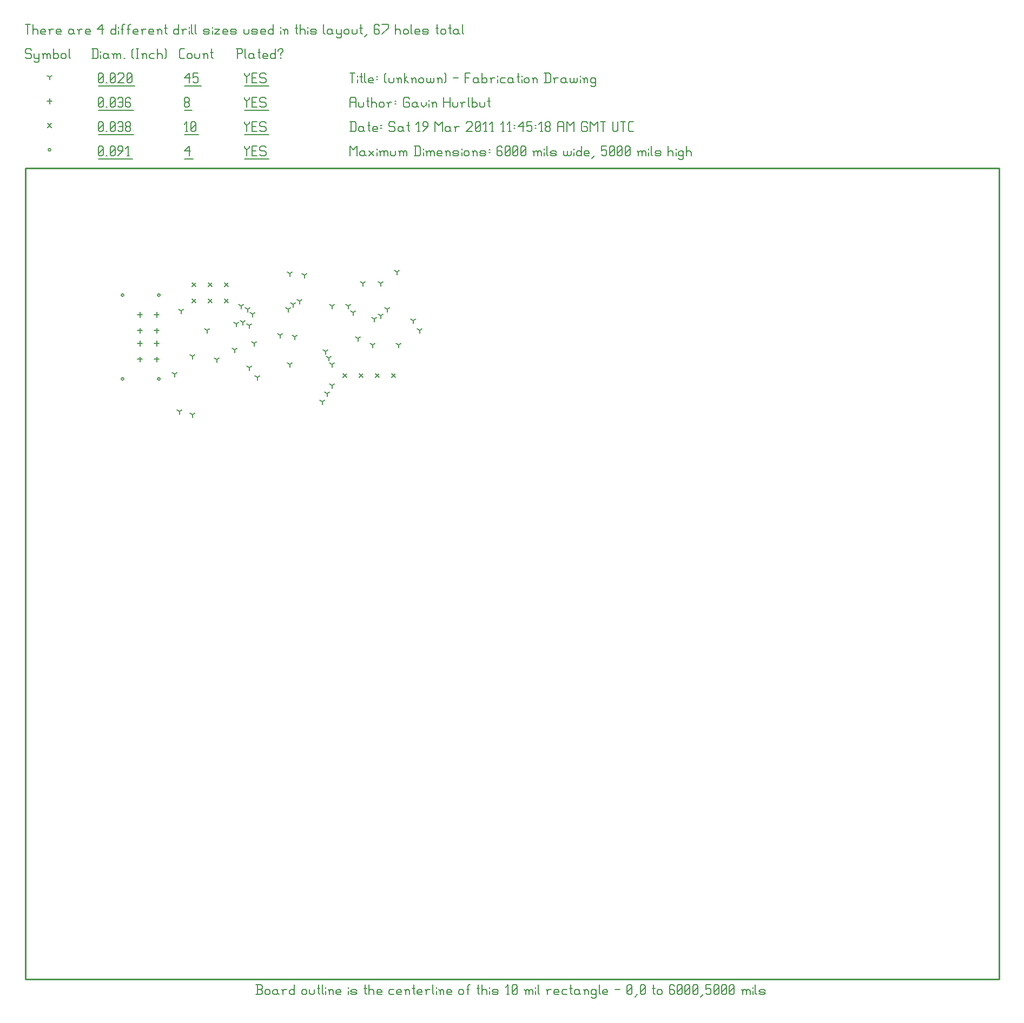
<source format=gbr>
G04 start of page 11 for group -3984 idx -3984 *
G04 Title: (unknown), fab *
G04 Creator: pcb 20091103 *
G04 CreationDate: Sat 19 Mar 2011 11:45:18 AM GMT UTC *
G04 For: gjhurlbu *
G04 Format: Gerber/RS-274X *
G04 PCB-Dimensions: 600000 500000 *
G04 PCB-Coordinate-Origin: lower left *
%MOIN*%
%FSLAX25Y25*%
%LNFAB*%
%ADD11C,0.0100*%
%ADD33R,0.0080X0.0080*%
%ADD34C,0.0060*%
G54D33*X81600Y421700D02*G75*G03X83200Y421700I800J0D01*G01*
G75*G03X81600Y421700I-800J0D01*G01*
X59200D02*G75*G03X60800Y421700I800J0D01*G01*
G75*G03X59200Y421700I-800J0D01*G01*
X81600Y370000D02*G75*G03X83200Y370000I800J0D01*G01*
G75*G03X81600Y370000I-800J0D01*G01*
X59200D02*G75*G03X60800Y370000I800J0D01*G01*
G75*G03X59200Y370000I-800J0D01*G01*
X14200Y511250D02*G75*G03X15800Y511250I800J0D01*G01*
G75*G03X14200Y511250I-800J0D01*G01*
G54D34*X135000Y513500D02*Y512750D01*
X136500Y511250D01*
X138000Y512750D01*
Y513500D02*Y512750D01*
X136500Y511250D02*Y507500D01*
X139801Y510500D02*X142051D01*
X139801Y507500D02*X142801D01*
X139801Y513500D02*Y507500D01*
Y513500D02*X142801D01*
X147603D02*X148353Y512750D01*
X145353Y513500D02*X147603D01*
X144603Y512750D02*X145353Y513500D01*
X144603Y512750D02*Y511250D01*
X145353Y510500D01*
X147603D01*
X148353Y509750D01*
Y508250D01*
X147603Y507500D02*X148353Y508250D01*
X145353Y507500D02*X147603D01*
X144603Y508250D02*X145353Y507500D01*
X135000Y505749D02*X150154D01*
X98000Y510500D02*X101000Y513500D01*
X98000Y510500D02*X101750D01*
X101000Y513500D02*Y507500D01*
X98000Y505749D02*X103551D01*
X45000Y508250D02*X45750Y507500D01*
X45000Y512750D02*Y508250D01*
Y512750D02*X45750Y513500D01*
X47250D01*
X48000Y512750D01*
Y508250D01*
X47250Y507500D02*X48000Y508250D01*
X45750Y507500D02*X47250D01*
X45000Y509000D02*X48000Y512000D01*
X49801Y507500D02*X50551D01*
X52353Y508250D02*X53103Y507500D01*
X52353Y512750D02*Y508250D01*
Y512750D02*X53103Y513500D01*
X54603D01*
X55353Y512750D01*
Y508250D01*
X54603Y507500D02*X55353Y508250D01*
X53103Y507500D02*X54603D01*
X52353Y509000D02*X55353Y512000D01*
X57154Y507500D02*X60154Y510500D01*
Y512750D02*Y510500D01*
X59404Y513500D02*X60154Y512750D01*
X57904Y513500D02*X59404D01*
X57154Y512750D02*X57904Y513500D01*
X57154Y512750D02*Y511250D01*
X57904Y510500D01*
X60154D01*
X62706Y507500D02*X64206D01*
X63456Y513500D02*Y507500D01*
X61956Y512000D02*X63456Y513500D01*
X45000Y505749D02*X66007D01*
X195800Y373200D02*X198200Y370800D01*
X195800D02*X198200Y373200D01*
X205800D02*X208200Y370800D01*
X205800D02*X208200Y373200D01*
X215800D02*X218200Y370800D01*
X215800D02*X218200Y373200D01*
X225800D02*X228200Y370800D01*
X225800D02*X228200Y373200D01*
X122800Y429200D02*X125200Y426800D01*
X122800D02*X125200Y429200D01*
X122800Y419200D02*X125200Y416800D01*
X122800D02*X125200Y419200D01*
X112800Y429200D02*X115200Y426800D01*
X112800D02*X115200Y429200D01*
X112800Y419200D02*X115200Y416800D01*
X112800D02*X115200Y419200D01*
X102800Y429200D02*X105200Y426800D01*
X102800D02*X105200Y429200D01*
X102800Y419200D02*X105200Y416800D01*
X102800D02*X105200Y419200D01*
X13800Y527450D02*X16200Y525050D01*
X13800D02*X16200Y527450D01*
X135000Y528500D02*Y527750D01*
X136500Y526250D01*
X138000Y527750D01*
Y528500D02*Y527750D01*
X136500Y526250D02*Y522500D01*
X139801Y525500D02*X142051D01*
X139801Y522500D02*X142801D01*
X139801Y528500D02*Y522500D01*
Y528500D02*X142801D01*
X147603D02*X148353Y527750D01*
X145353Y528500D02*X147603D01*
X144603Y527750D02*X145353Y528500D01*
X144603Y527750D02*Y526250D01*
X145353Y525500D01*
X147603D01*
X148353Y524750D01*
Y523250D01*
X147603Y522500D02*X148353Y523250D01*
X145353Y522500D02*X147603D01*
X144603Y523250D02*X145353Y522500D01*
X135000Y520749D02*X150154D01*
X98750Y522500D02*X100250D01*
X99500Y528500D02*Y522500D01*
X98000Y527000D02*X99500Y528500D01*
X102051Y523250D02*X102801Y522500D01*
X102051Y527750D02*Y523250D01*
Y527750D02*X102801Y528500D01*
X104301D01*
X105051Y527750D01*
Y523250D01*
X104301Y522500D02*X105051Y523250D01*
X102801Y522500D02*X104301D01*
X102051Y524000D02*X105051Y527000D01*
X98000Y520749D02*X106853D01*
X45000Y523250D02*X45750Y522500D01*
X45000Y527750D02*Y523250D01*
Y527750D02*X45750Y528500D01*
X47250D01*
X48000Y527750D01*
Y523250D01*
X47250Y522500D02*X48000Y523250D01*
X45750Y522500D02*X47250D01*
X45000Y524000D02*X48000Y527000D01*
X49801Y522500D02*X50551D01*
X52353Y523250D02*X53103Y522500D01*
X52353Y527750D02*Y523250D01*
Y527750D02*X53103Y528500D01*
X54603D01*
X55353Y527750D01*
Y523250D01*
X54603Y522500D02*X55353Y523250D01*
X53103Y522500D02*X54603D01*
X52353Y524000D02*X55353Y527000D01*
X57154Y527750D02*X57904Y528500D01*
X59404D01*
X60154Y527750D01*
Y523250D01*
X59404Y522500D02*X60154Y523250D01*
X57904Y522500D02*X59404D01*
X57154Y523250D02*X57904Y522500D01*
Y525500D02*X60154D01*
X61956Y523250D02*X62706Y522500D01*
X61956Y524750D02*Y523250D01*
Y524750D02*X62706Y525500D01*
X64206D01*
X64956Y524750D01*
Y523250D01*
X64206Y522500D02*X64956Y523250D01*
X62706Y522500D02*X64206D01*
X61956Y526250D02*X62706Y525500D01*
X61956Y527750D02*Y526250D01*
Y527750D02*X62706Y528500D01*
X64206D01*
X64956Y527750D01*
Y526250D01*
X64206Y525500D02*X64956Y526250D01*
X45000Y520749D02*X66757D01*
X70700Y411200D02*Y408000D01*
X69100Y409600D02*X72300D01*
X70700Y401400D02*Y398200D01*
X69100Y399800D02*X72300D01*
X70700Y393500D02*Y390300D01*
X69100Y391900D02*X72300D01*
X70700Y383700D02*Y380500D01*
X69100Y382100D02*X72300D01*
X81000Y411200D02*Y408000D01*
X79400Y409600D02*X82600D01*
X81000Y401400D02*Y398200D01*
X79400Y399800D02*X82600D01*
X81000Y393500D02*Y390300D01*
X79400Y391900D02*X82600D01*
X81000Y383700D02*Y380500D01*
X79400Y382100D02*X82600D01*
X15000Y542850D02*Y539650D01*
X13400Y541250D02*X16600D01*
X135000Y543500D02*Y542750D01*
X136500Y541250D01*
X138000Y542750D01*
Y543500D02*Y542750D01*
X136500Y541250D02*Y537500D01*
X139801Y540500D02*X142051D01*
X139801Y537500D02*X142801D01*
X139801Y543500D02*Y537500D01*
Y543500D02*X142801D01*
X147603D02*X148353Y542750D01*
X145353Y543500D02*X147603D01*
X144603Y542750D02*X145353Y543500D01*
X144603Y542750D02*Y541250D01*
X145353Y540500D01*
X147603D01*
X148353Y539750D01*
Y538250D01*
X147603Y537500D02*X148353Y538250D01*
X145353Y537500D02*X147603D01*
X144603Y538250D02*X145353Y537500D01*
X135000Y535749D02*X150154D01*
X98000Y538250D02*X98750Y537500D01*
X98000Y539750D02*Y538250D01*
Y539750D02*X98750Y540500D01*
X100250D01*
X101000Y539750D01*
Y538250D01*
X100250Y537500D02*X101000Y538250D01*
X98750Y537500D02*X100250D01*
X98000Y541250D02*X98750Y540500D01*
X98000Y542750D02*Y541250D01*
Y542750D02*X98750Y543500D01*
X100250D01*
X101000Y542750D01*
Y541250D01*
X100250Y540500D02*X101000Y541250D01*
X98000Y535749D02*X102801D01*
X45000Y538250D02*X45750Y537500D01*
X45000Y542750D02*Y538250D01*
Y542750D02*X45750Y543500D01*
X47250D01*
X48000Y542750D01*
Y538250D01*
X47250Y537500D02*X48000Y538250D01*
X45750Y537500D02*X47250D01*
X45000Y539000D02*X48000Y542000D01*
X49801Y537500D02*X50551D01*
X52353Y538250D02*X53103Y537500D01*
X52353Y542750D02*Y538250D01*
Y542750D02*X53103Y543500D01*
X54603D01*
X55353Y542750D01*
Y538250D01*
X54603Y537500D02*X55353Y538250D01*
X53103Y537500D02*X54603D01*
X52353Y539000D02*X55353Y542000D01*
X57154Y542750D02*X57904Y543500D01*
X59404D01*
X60154Y542750D01*
Y538250D01*
X59404Y537500D02*X60154Y538250D01*
X57904Y537500D02*X59404D01*
X57154Y538250D02*X57904Y537500D01*
Y540500D02*X60154D01*
X64206Y543500D02*X64956Y542750D01*
X62706Y543500D02*X64206D01*
X61956Y542750D02*X62706Y543500D01*
X61956Y542750D02*Y538250D01*
X62706Y537500D01*
X64206Y540500D02*X64956Y539750D01*
X61956Y540500D02*X64206D01*
X62706Y537500D02*X64206D01*
X64956Y538250D01*
Y539750D02*Y538250D01*
X45000Y535749D02*X66757D01*
X103000Y384000D02*Y382400D01*
Y384000D02*X104386Y384800D01*
X103000Y384000D02*X101614Y384800D01*
X103000Y348000D02*Y346400D01*
Y348000D02*X104386Y348800D01*
X103000Y348000D02*X101614Y348800D01*
X95000Y350000D02*Y348400D01*
Y350000D02*X96386Y350800D01*
X95000Y350000D02*X93614Y350800D01*
X143000Y371000D02*Y369400D01*
Y371000D02*X144386Y371800D01*
X143000Y371000D02*X141614Y371800D01*
X163000Y379000D02*Y377400D01*
Y379000D02*X164386Y379800D01*
X163000Y379000D02*X161614Y379800D01*
X205000Y395000D02*Y393400D01*
Y395000D02*X206386Y395800D01*
X205000Y395000D02*X203614Y395800D01*
X163000Y435000D02*Y433400D01*
Y435000D02*X164386Y435800D01*
X163000Y435000D02*X161614Y435800D01*
X185000Y387000D02*Y385400D01*
Y387000D02*X186386Y387800D01*
X185000Y387000D02*X183614Y387800D01*
X187000Y383000D02*Y381400D01*
Y383000D02*X188386Y383800D01*
X187000Y383000D02*X185614Y383800D01*
X189000Y379000D02*Y377400D01*
Y379000D02*X190386Y379800D01*
X189000Y379000D02*X187614Y379800D01*
X189000Y366000D02*Y364400D01*
Y366000D02*X190386Y366800D01*
X189000Y366000D02*X187614Y366800D01*
X183000Y356000D02*Y354400D01*
Y356000D02*X184386Y356800D01*
X183000Y356000D02*X181614Y356800D01*
X186000Y361000D02*Y359400D01*
Y361000D02*X187386Y361800D01*
X186000Y361000D02*X184614Y361800D01*
X118000Y382000D02*Y380400D01*
Y382000D02*X119386Y382800D01*
X118000Y382000D02*X116614Y382800D01*
X130000Y404000D02*Y402400D01*
Y404000D02*X131386Y404800D01*
X130000Y404000D02*X128614Y404800D01*
X134000Y405000D02*Y403400D01*
Y405000D02*X135386Y405800D01*
X134000Y405000D02*X132614Y405800D01*
X138000Y403000D02*Y401400D01*
Y403000D02*X139386Y403800D01*
X138000Y403000D02*X136614Y403800D01*
X133000Y415000D02*Y413400D01*
Y415000D02*X134386Y415800D01*
X133000Y415000D02*X131614Y415800D01*
X137000Y413000D02*Y411400D01*
Y413000D02*X138386Y413800D01*
X137000Y413000D02*X135614Y413800D01*
X140000Y410000D02*Y408400D01*
Y410000D02*X141386Y410800D01*
X140000Y410000D02*X138614Y410800D01*
X243000Y400000D02*Y398400D01*
Y400000D02*X244386Y400800D01*
X243000Y400000D02*X241614Y400800D01*
X223000Y413000D02*Y411400D01*
Y413000D02*X224386Y413800D01*
X223000Y413000D02*X221614Y413800D01*
X202000Y411000D02*Y409400D01*
Y411000D02*X203386Y411800D01*
X202000Y411000D02*X200614Y411800D01*
X219000Y409000D02*Y407400D01*
Y409000D02*X220386Y409800D01*
X219000Y409000D02*X217614Y409800D01*
X172000Y434000D02*Y432400D01*
Y434000D02*X173386Y434800D01*
X172000Y434000D02*X170614Y434800D01*
X219000Y429000D02*Y427400D01*
Y429000D02*X220386Y429800D01*
X219000Y429000D02*X217614Y429800D01*
X215000Y407000D02*Y405400D01*
Y407000D02*X216386Y407800D01*
X215000Y407000D02*X213614Y407800D01*
X96000Y412000D02*Y410400D01*
Y412000D02*X97386Y412800D01*
X96000Y412000D02*X94614Y412800D01*
X162000Y413000D02*Y411400D01*
Y413000D02*X163386Y413800D01*
X162000Y413000D02*X160614Y413800D01*
X165000Y416000D02*Y414400D01*
Y416000D02*X166386Y416800D01*
X165000Y416000D02*X163614Y416800D01*
X169000Y418000D02*Y416400D01*
Y418000D02*X170386Y418800D01*
X169000Y418000D02*X167614Y418800D01*
X138000Y377000D02*Y375400D01*
Y377000D02*X139386Y377800D01*
X138000Y377000D02*X136614Y377800D01*
X229000Y436000D02*Y434400D01*
Y436000D02*X230386Y436800D01*
X229000Y436000D02*X227614Y436800D01*
X239000Y406000D02*Y404400D01*
Y406000D02*X240386Y406800D01*
X239000Y406000D02*X237614Y406800D01*
X157000Y397000D02*Y395400D01*
Y397000D02*X158386Y397800D01*
X157000Y397000D02*X155614Y397800D01*
X230000Y391000D02*Y389400D01*
Y391000D02*X231386Y391800D01*
X230000Y391000D02*X228614Y391800D01*
X208000Y429000D02*Y427400D01*
Y429000D02*X209386Y429800D01*
X208000Y429000D02*X206614Y429800D01*
X214000Y391000D02*Y389400D01*
Y391000D02*X215386Y391800D01*
X214000Y391000D02*X212614Y391800D01*
X129000Y388000D02*Y386400D01*
Y388000D02*X130386Y388800D01*
X129000Y388000D02*X127614Y388800D01*
X166000Y396000D02*Y394400D01*
Y396000D02*X167386Y396800D01*
X166000Y396000D02*X164614Y396800D01*
X141000Y392000D02*Y390400D01*
Y392000D02*X142386Y392800D01*
X141000Y392000D02*X139614Y392800D01*
X112000Y400000D02*Y398400D01*
Y400000D02*X113386Y400800D01*
X112000Y400000D02*X110614Y400800D01*
X92000Y373000D02*Y371400D01*
Y373000D02*X93386Y373800D01*
X92000Y373000D02*X90614Y373800D01*
X199000Y415000D02*Y413400D01*
Y415000D02*X200386Y415800D01*
X199000Y415000D02*X197614Y415800D01*
X189000Y415000D02*Y413400D01*
Y415000D02*X190386Y415800D01*
X189000Y415000D02*X187614Y415800D01*
X15000Y556250D02*Y554650D01*
Y556250D02*X16386Y557050D01*
X15000Y556250D02*X13614Y557050D01*
X135000Y558500D02*Y557750D01*
X136500Y556250D01*
X138000Y557750D01*
Y558500D02*Y557750D01*
X136500Y556250D02*Y552500D01*
X139801Y555500D02*X142051D01*
X139801Y552500D02*X142801D01*
X139801Y558500D02*Y552500D01*
Y558500D02*X142801D01*
X147603D02*X148353Y557750D01*
X145353Y558500D02*X147603D01*
X144603Y557750D02*X145353Y558500D01*
X144603Y557750D02*Y556250D01*
X145353Y555500D01*
X147603D01*
X148353Y554750D01*
Y553250D01*
X147603Y552500D02*X148353Y553250D01*
X145353Y552500D02*X147603D01*
X144603Y553250D02*X145353Y552500D01*
X135000Y550749D02*X150154D01*
X98000Y555500D02*X101000Y558500D01*
X98000Y555500D02*X101750D01*
X101000Y558500D02*Y552500D01*
X103551Y558500D02*X106551D01*
X103551D02*Y555500D01*
X104301Y556250D01*
X105801D01*
X106551Y555500D01*
Y553250D01*
X105801Y552500D02*X106551Y553250D01*
X104301Y552500D02*X105801D01*
X103551Y553250D02*X104301Y552500D01*
X98000Y550749D02*X108353D01*
X45000Y553250D02*X45750Y552500D01*
X45000Y557750D02*Y553250D01*
Y557750D02*X45750Y558500D01*
X47250D01*
X48000Y557750D01*
Y553250D01*
X47250Y552500D02*X48000Y553250D01*
X45750Y552500D02*X47250D01*
X45000Y554000D02*X48000Y557000D01*
X49801Y552500D02*X50551D01*
X52353Y553250D02*X53103Y552500D01*
X52353Y557750D02*Y553250D01*
Y557750D02*X53103Y558500D01*
X54603D01*
X55353Y557750D01*
Y553250D01*
X54603Y552500D02*X55353Y553250D01*
X53103Y552500D02*X54603D01*
X52353Y554000D02*X55353Y557000D01*
X57154Y557750D02*X57904Y558500D01*
X60154D01*
X60904Y557750D01*
Y556250D01*
X57154Y552500D02*X60904Y556250D01*
X57154Y552500D02*X60904D01*
X62706Y553250D02*X63456Y552500D01*
X62706Y557750D02*Y553250D01*
Y557750D02*X63456Y558500D01*
X64956D01*
X65706Y557750D01*
Y553250D01*
X64956Y552500D02*X65706Y553250D01*
X63456Y552500D02*X64956D01*
X62706Y554000D02*X65706Y557000D01*
X45000Y550749D02*X67507D01*
X3000Y573500D02*X3750Y572750D01*
X750Y573500D02*X3000D01*
X0Y572750D02*X750Y573500D01*
X0Y572750D02*Y571250D01*
X750Y570500D01*
X3000D01*
X3750Y569750D01*
Y568250D01*
X3000Y567500D02*X3750Y568250D01*
X750Y567500D02*X3000D01*
X0Y568250D02*X750Y567500D01*
X5551Y570500D02*Y568250D01*
X6301Y567500D01*
X8551Y570500D02*Y566000D01*
X7801Y565250D02*X8551Y566000D01*
X6301Y565250D02*X7801D01*
X5551Y566000D02*X6301Y565250D01*
Y567500D02*X7801D01*
X8551Y568250D01*
X11103Y569750D02*Y567500D01*
Y569750D02*X11853Y570500D01*
X12603D01*
X13353Y569750D01*
Y567500D01*
Y569750D02*X14103Y570500D01*
X14853D01*
X15603Y569750D01*
Y567500D01*
X10353Y570500D02*X11103Y569750D01*
X17404Y573500D02*Y567500D01*
Y568250D02*X18154Y567500D01*
X19654D01*
X20404Y568250D01*
Y569750D02*Y568250D01*
X19654Y570500D02*X20404Y569750D01*
X18154Y570500D02*X19654D01*
X17404Y569750D02*X18154Y570500D01*
X22206Y569750D02*Y568250D01*
Y569750D02*X22956Y570500D01*
X24456D01*
X25206Y569750D01*
Y568250D01*
X24456Y567500D02*X25206Y568250D01*
X22956Y567500D02*X24456D01*
X22206Y568250D02*X22956Y567500D01*
X27007Y573500D02*Y568250D01*
X27757Y567500D01*
X41750Y573500D02*Y567500D01*
X44000Y573500D02*X44750Y572750D01*
Y568250D01*
X44000Y567500D02*X44750Y568250D01*
X41000Y567500D02*X44000D01*
X41000Y573500D02*X44000D01*
X46551Y572000D02*Y571250D01*
Y569750D02*Y567500D01*
X50303Y570500D02*X51053Y569750D01*
X48803Y570500D02*X50303D01*
X48053Y569750D02*X48803Y570500D01*
X48053Y569750D02*Y568250D01*
X48803Y567500D01*
X51053Y570500D02*Y568250D01*
X51803Y567500D01*
X48803D02*X50303D01*
X51053Y568250D01*
X54354Y569750D02*Y567500D01*
Y569750D02*X55104Y570500D01*
X55854D01*
X56604Y569750D01*
Y567500D01*
Y569750D02*X57354Y570500D01*
X58104D01*
X58854Y569750D01*
Y567500D01*
X53604Y570500D02*X54354Y569750D01*
X60656Y567500D02*X61406D01*
X65907Y568250D02*X66657Y567500D01*
X65907Y572750D02*X66657Y573500D01*
X65907Y572750D02*Y568250D01*
X68459Y573500D02*X69959D01*
X69209D02*Y567500D01*
X68459D02*X69959D01*
X72510Y569750D02*Y567500D01*
Y569750D02*X73260Y570500D01*
X74010D01*
X74760Y569750D01*
Y567500D01*
X71760Y570500D02*X72510Y569750D01*
X77312Y570500D02*X79562D01*
X76562Y569750D02*X77312Y570500D01*
X76562Y569750D02*Y568250D01*
X77312Y567500D01*
X79562D01*
X81363Y573500D02*Y567500D01*
Y569750D02*X82113Y570500D01*
X83613D01*
X84363Y569750D01*
Y567500D01*
X86165Y573500D02*X86915Y572750D01*
Y568250D01*
X86165Y567500D02*X86915Y568250D01*
X95750Y567500D02*X98000D01*
X95000Y568250D02*X95750Y567500D01*
X95000Y572750D02*Y568250D01*
Y572750D02*X95750Y573500D01*
X98000D01*
X99801Y569750D02*Y568250D01*
Y569750D02*X100551Y570500D01*
X102051D01*
X102801Y569750D01*
Y568250D01*
X102051Y567500D02*X102801Y568250D01*
X100551Y567500D02*X102051D01*
X99801Y568250D02*X100551Y567500D01*
X104603Y570500D02*Y568250D01*
X105353Y567500D01*
X106853D01*
X107603Y568250D01*
Y570500D02*Y568250D01*
X110154Y569750D02*Y567500D01*
Y569750D02*X110904Y570500D01*
X111654D01*
X112404Y569750D01*
Y567500D01*
X109404Y570500D02*X110154Y569750D01*
X114956Y573500D02*Y568250D01*
X115706Y567500D01*
X114206Y571250D02*X115706D01*
X130750Y573500D02*Y567500D01*
X130000Y573500D02*X133000D01*
X133750Y572750D01*
Y571250D01*
X133000Y570500D02*X133750Y571250D01*
X130750Y570500D02*X133000D01*
X135551Y573500D02*Y568250D01*
X136301Y567500D01*
X140053Y570500D02*X140803Y569750D01*
X138553Y570500D02*X140053D01*
X137803Y569750D02*X138553Y570500D01*
X137803Y569750D02*Y568250D01*
X138553Y567500D01*
X140803Y570500D02*Y568250D01*
X141553Y567500D01*
X138553D02*X140053D01*
X140803Y568250D01*
X144104Y573500D02*Y568250D01*
X144854Y567500D01*
X143354Y571250D02*X144854D01*
X147106Y567500D02*X149356D01*
X146356Y568250D02*X147106Y567500D01*
X146356Y569750D02*Y568250D01*
Y569750D02*X147106Y570500D01*
X148606D01*
X149356Y569750D01*
X146356Y569000D02*X149356D01*
Y569750D02*Y569000D01*
X154157Y573500D02*Y567500D01*
X153407D02*X154157Y568250D01*
X151907Y567500D02*X153407D01*
X151157Y568250D02*X151907Y567500D01*
X151157Y569750D02*Y568250D01*
Y569750D02*X151907Y570500D01*
X153407D01*
X154157Y569750D01*
X157459Y570500D02*Y569750D01*
Y568250D02*Y567500D01*
X155959Y572750D02*Y572000D01*
Y572750D02*X156709Y573500D01*
X158209D01*
X158959Y572750D01*
Y572000D01*
X157459Y570500D02*X158959Y572000D01*
X0Y588500D02*X3000D01*
X1500D02*Y582500D01*
X4801Y588500D02*Y582500D01*
Y584750D02*X5551Y585500D01*
X7051D01*
X7801Y584750D01*
Y582500D01*
X10353D02*X12603D01*
X9603Y583250D02*X10353Y582500D01*
X9603Y584750D02*Y583250D01*
Y584750D02*X10353Y585500D01*
X11853D01*
X12603Y584750D01*
X9603Y584000D02*X12603D01*
Y584750D02*Y584000D01*
X15154Y584750D02*Y582500D01*
Y584750D02*X15904Y585500D01*
X17404D01*
X14404D02*X15154Y584750D01*
X19956Y582500D02*X22206D01*
X19206Y583250D02*X19956Y582500D01*
X19206Y584750D02*Y583250D01*
Y584750D02*X19956Y585500D01*
X21456D01*
X22206Y584750D01*
X19206Y584000D02*X22206D01*
Y584750D02*Y584000D01*
X28957Y585500D02*X29707Y584750D01*
X27457Y585500D02*X28957D01*
X26707Y584750D02*X27457Y585500D01*
X26707Y584750D02*Y583250D01*
X27457Y582500D01*
X29707Y585500D02*Y583250D01*
X30457Y582500D01*
X27457D02*X28957D01*
X29707Y583250D01*
X33009Y584750D02*Y582500D01*
Y584750D02*X33759Y585500D01*
X35259D01*
X32259D02*X33009Y584750D01*
X37810Y582500D02*X40060D01*
X37060Y583250D02*X37810Y582500D01*
X37060Y584750D02*Y583250D01*
Y584750D02*X37810Y585500D01*
X39310D01*
X40060Y584750D01*
X37060Y584000D02*X40060D01*
Y584750D02*Y584000D01*
X44562Y585500D02*X47562Y588500D01*
X44562Y585500D02*X48312D01*
X47562Y588500D02*Y582500D01*
X55813Y588500D02*Y582500D01*
X55063D02*X55813Y583250D01*
X53563Y582500D02*X55063D01*
X52813Y583250D02*X53563Y582500D01*
X52813Y584750D02*Y583250D01*
Y584750D02*X53563Y585500D01*
X55063D01*
X55813Y584750D01*
X57615Y587000D02*Y586250D01*
Y584750D02*Y582500D01*
X59866Y587750D02*Y582500D01*
Y587750D02*X60616Y588500D01*
X61366D01*
X59116Y585500D02*X60616D01*
X63618Y587750D02*Y582500D01*
Y587750D02*X64368Y588500D01*
X65118D01*
X62868Y585500D02*X64368D01*
X67369Y582500D02*X69619D01*
X66619Y583250D02*X67369Y582500D01*
X66619Y584750D02*Y583250D01*
Y584750D02*X67369Y585500D01*
X68869D01*
X69619Y584750D01*
X66619Y584000D02*X69619D01*
Y584750D02*Y584000D01*
X72171Y584750D02*Y582500D01*
Y584750D02*X72921Y585500D01*
X74421D01*
X71421D02*X72171Y584750D01*
X76972Y582500D02*X79222D01*
X76222Y583250D02*X76972Y582500D01*
X76222Y584750D02*Y583250D01*
Y584750D02*X76972Y585500D01*
X78472D01*
X79222Y584750D01*
X76222Y584000D02*X79222D01*
Y584750D02*Y584000D01*
X81774Y584750D02*Y582500D01*
Y584750D02*X82524Y585500D01*
X83274D01*
X84024Y584750D01*
Y582500D01*
X81024Y585500D02*X81774Y584750D01*
X86575Y588500D02*Y583250D01*
X87325Y582500D01*
X85825Y586250D02*X87325D01*
X94527Y588500D02*Y582500D01*
X93777D02*X94527Y583250D01*
X92277Y582500D02*X93777D01*
X91527Y583250D02*X92277Y582500D01*
X91527Y584750D02*Y583250D01*
Y584750D02*X92277Y585500D01*
X93777D01*
X94527Y584750D01*
X97078D02*Y582500D01*
Y584750D02*X97828Y585500D01*
X99328D01*
X96328D02*X97078Y584750D01*
X101130Y587000D02*Y586250D01*
Y584750D02*Y582500D01*
X102631Y588500D02*Y583250D01*
X103381Y582500D01*
X104883Y588500D02*Y583250D01*
X105633Y582500D01*
X110584D02*X112834D01*
X113584Y583250D01*
X112834Y584000D02*X113584Y583250D01*
X110584Y584000D02*X112834D01*
X109834Y584750D02*X110584Y584000D01*
X109834Y584750D02*X110584Y585500D01*
X112834D01*
X113584Y584750D01*
X109834Y583250D02*X110584Y582500D01*
X115386Y587000D02*Y586250D01*
Y584750D02*Y582500D01*
X116887Y585500D02*X119887D01*
X116887Y582500D02*X119887Y585500D01*
X116887Y582500D02*X119887D01*
X122439D02*X124689D01*
X121689Y583250D02*X122439Y582500D01*
X121689Y584750D02*Y583250D01*
Y584750D02*X122439Y585500D01*
X123939D01*
X124689Y584750D01*
X121689Y584000D02*X124689D01*
Y584750D02*Y584000D01*
X127240Y582500D02*X129490D01*
X130240Y583250D01*
X129490Y584000D02*X130240Y583250D01*
X127240Y584000D02*X129490D01*
X126490Y584750D02*X127240Y584000D01*
X126490Y584750D02*X127240Y585500D01*
X129490D01*
X130240Y584750D01*
X126490Y583250D02*X127240Y582500D01*
X134742Y585500D02*Y583250D01*
X135492Y582500D01*
X136992D01*
X137742Y583250D01*
Y585500D02*Y583250D01*
X140293Y582500D02*X142543D01*
X143293Y583250D01*
X142543Y584000D02*X143293Y583250D01*
X140293Y584000D02*X142543D01*
X139543Y584750D02*X140293Y584000D01*
X139543Y584750D02*X140293Y585500D01*
X142543D01*
X143293Y584750D01*
X139543Y583250D02*X140293Y582500D01*
X145845D02*X148095D01*
X145095Y583250D02*X145845Y582500D01*
X145095Y584750D02*Y583250D01*
Y584750D02*X145845Y585500D01*
X147345D01*
X148095Y584750D01*
X145095Y584000D02*X148095D01*
Y584750D02*Y584000D01*
X152896Y588500D02*Y582500D01*
X152146D02*X152896Y583250D01*
X150646Y582500D02*X152146D01*
X149896Y583250D02*X150646Y582500D01*
X149896Y584750D02*Y583250D01*
Y584750D02*X150646Y585500D01*
X152146D01*
X152896Y584750D01*
X157398Y587000D02*Y586250D01*
Y584750D02*Y582500D01*
X159649Y584750D02*Y582500D01*
Y584750D02*X160399Y585500D01*
X161149D01*
X161899Y584750D01*
Y582500D01*
X158899Y585500D02*X159649Y584750D01*
X167151Y588500D02*Y583250D01*
X167901Y582500D01*
X166401Y586250D02*X167901D01*
X169402Y588500D02*Y582500D01*
Y584750D02*X170152Y585500D01*
X171652D01*
X172402Y584750D01*
Y582500D01*
X174204Y587000D02*Y586250D01*
Y584750D02*Y582500D01*
X176455D02*X178705D01*
X179455Y583250D01*
X178705Y584000D02*X179455Y583250D01*
X176455Y584000D02*X178705D01*
X175705Y584750D02*X176455Y584000D01*
X175705Y584750D02*X176455Y585500D01*
X178705D01*
X179455Y584750D01*
X175705Y583250D02*X176455Y582500D01*
X183957Y588500D02*Y583250D01*
X184707Y582500D01*
X188458Y585500D02*X189208Y584750D01*
X186958Y585500D02*X188458D01*
X186208Y584750D02*X186958Y585500D01*
X186208Y584750D02*Y583250D01*
X186958Y582500D01*
X189208Y585500D02*Y583250D01*
X189958Y582500D01*
X186958D02*X188458D01*
X189208Y583250D01*
X191760Y585500D02*Y583250D01*
X192510Y582500D01*
X194760Y585500D02*Y581000D01*
X194010Y580250D02*X194760Y581000D01*
X192510Y580250D02*X194010D01*
X191760Y581000D02*X192510Y580250D01*
Y582500D02*X194010D01*
X194760Y583250D01*
X196561Y584750D02*Y583250D01*
Y584750D02*X197311Y585500D01*
X198811D01*
X199561Y584750D01*
Y583250D01*
X198811Y582500D02*X199561Y583250D01*
X197311Y582500D02*X198811D01*
X196561Y583250D02*X197311Y582500D01*
X201363Y585500D02*Y583250D01*
X202113Y582500D01*
X203613D01*
X204363Y583250D01*
Y585500D02*Y583250D01*
X206914Y588500D02*Y583250D01*
X207664Y582500D01*
X206164Y586250D02*X207664D01*
X209166Y581000D02*X210666Y582500D01*
X217417Y588500D02*X218167Y587750D01*
X215917Y588500D02*X217417D01*
X215167Y587750D02*X215917Y588500D01*
X215167Y587750D02*Y583250D01*
X215917Y582500D01*
X217417Y585500D02*X218167Y584750D01*
X215167Y585500D02*X217417D01*
X215917Y582500D02*X217417D01*
X218167Y583250D01*
Y584750D02*Y583250D01*
X219969Y582500D02*X223719Y586250D01*
Y588500D02*Y586250D01*
X219969Y588500D02*X223719D01*
X228220D02*Y582500D01*
Y584750D02*X228970Y585500D01*
X230470D01*
X231220Y584750D01*
Y582500D01*
X233022Y584750D02*Y583250D01*
Y584750D02*X233772Y585500D01*
X235272D01*
X236022Y584750D01*
Y583250D01*
X235272Y582500D02*X236022Y583250D01*
X233772Y582500D02*X235272D01*
X233022Y583250D02*X233772Y582500D01*
X237823Y588500D02*Y583250D01*
X238573Y582500D01*
X240825D02*X243075D01*
X240075Y583250D02*X240825Y582500D01*
X240075Y584750D02*Y583250D01*
Y584750D02*X240825Y585500D01*
X242325D01*
X243075Y584750D01*
X240075Y584000D02*X243075D01*
Y584750D02*Y584000D01*
X245626Y582500D02*X247876D01*
X248626Y583250D01*
X247876Y584000D02*X248626Y583250D01*
X245626Y584000D02*X247876D01*
X244876Y584750D02*X245626Y584000D01*
X244876Y584750D02*X245626Y585500D01*
X247876D01*
X248626Y584750D01*
X244876Y583250D02*X245626Y582500D01*
X253878Y588500D02*Y583250D01*
X254628Y582500D01*
X253128Y586250D02*X254628D01*
X256129Y584750D02*Y583250D01*
Y584750D02*X256879Y585500D01*
X258379D01*
X259129Y584750D01*
Y583250D01*
X258379Y582500D02*X259129Y583250D01*
X256879Y582500D02*X258379D01*
X256129Y583250D02*X256879Y582500D01*
X261681Y588500D02*Y583250D01*
X262431Y582500D01*
X260931Y586250D02*X262431D01*
X266182Y585500D02*X266932Y584750D01*
X264682Y585500D02*X266182D01*
X263932Y584750D02*X264682Y585500D01*
X263932Y584750D02*Y583250D01*
X264682Y582500D01*
X266932Y585500D02*Y583250D01*
X267682Y582500D01*
X264682D02*X266182D01*
X266932Y583250D01*
X269484Y588500D02*Y583250D01*
X270234Y582500D01*
G54D11*X0Y500000D02*X600000D01*
X0D02*Y0D01*
X600000Y500000D02*Y0D01*
X0D02*X600000D01*
G54D34*X200000Y513500D02*Y507500D01*
Y513500D02*X202250Y511250D01*
X204500Y513500D01*
Y507500D01*
X208551Y510500D02*X209301Y509750D01*
X207051Y510500D02*X208551D01*
X206301Y509750D02*X207051Y510500D01*
X206301Y509750D02*Y508250D01*
X207051Y507500D01*
X209301Y510500D02*Y508250D01*
X210051Y507500D01*
X207051D02*X208551D01*
X209301Y508250D01*
X211853Y510500D02*X214853Y507500D01*
X211853D02*X214853Y510500D01*
X216654Y512000D02*Y511250D01*
Y509750D02*Y507500D01*
X218906Y509750D02*Y507500D01*
Y509750D02*X219656Y510500D01*
X220406D01*
X221156Y509750D01*
Y507500D01*
Y509750D02*X221906Y510500D01*
X222656D01*
X223406Y509750D01*
Y507500D01*
X218156Y510500D02*X218906Y509750D01*
X225207Y510500D02*Y508250D01*
X225957Y507500D01*
X227457D01*
X228207Y508250D01*
Y510500D02*Y508250D01*
X230759Y509750D02*Y507500D01*
Y509750D02*X231509Y510500D01*
X232259D01*
X233009Y509750D01*
Y507500D01*
Y509750D02*X233759Y510500D01*
X234509D01*
X235259Y509750D01*
Y507500D01*
X230009Y510500D02*X230759Y509750D01*
X240510Y513500D02*Y507500D01*
X242760Y513500D02*X243510Y512750D01*
Y508250D01*
X242760Y507500D02*X243510Y508250D01*
X239760Y507500D02*X242760D01*
X239760Y513500D02*X242760D01*
X245312Y512000D02*Y511250D01*
Y509750D02*Y507500D01*
X247563Y509750D02*Y507500D01*
Y509750D02*X248313Y510500D01*
X249063D01*
X249813Y509750D01*
Y507500D01*
Y509750D02*X250563Y510500D01*
X251313D01*
X252063Y509750D01*
Y507500D01*
X246813Y510500D02*X247563Y509750D01*
X254615Y507500D02*X256865D01*
X253865Y508250D02*X254615Y507500D01*
X253865Y509750D02*Y508250D01*
Y509750D02*X254615Y510500D01*
X256115D01*
X256865Y509750D01*
X253865Y509000D02*X256865D01*
Y509750D02*Y509000D01*
X259416Y509750D02*Y507500D01*
Y509750D02*X260166Y510500D01*
X260916D01*
X261666Y509750D01*
Y507500D01*
X258666Y510500D02*X259416Y509750D01*
X264218Y507500D02*X266468D01*
X267218Y508250D01*
X266468Y509000D02*X267218Y508250D01*
X264218Y509000D02*X266468D01*
X263468Y509750D02*X264218Y509000D01*
X263468Y509750D02*X264218Y510500D01*
X266468D01*
X267218Y509750D01*
X263468Y508250D02*X264218Y507500D01*
X269019Y512000D02*Y511250D01*
Y509750D02*Y507500D01*
X270521Y509750D02*Y508250D01*
Y509750D02*X271271Y510500D01*
X272771D01*
X273521Y509750D01*
Y508250D01*
X272771Y507500D02*X273521Y508250D01*
X271271Y507500D02*X272771D01*
X270521Y508250D02*X271271Y507500D01*
X276072Y509750D02*Y507500D01*
Y509750D02*X276822Y510500D01*
X277572D01*
X278322Y509750D01*
Y507500D01*
X275322Y510500D02*X276072Y509750D01*
X280874Y507500D02*X283124D01*
X283874Y508250D01*
X283124Y509000D02*X283874Y508250D01*
X280874Y509000D02*X283124D01*
X280124Y509750D02*X280874Y509000D01*
X280124Y509750D02*X280874Y510500D01*
X283124D01*
X283874Y509750D01*
X280124Y508250D02*X280874Y507500D01*
X285675Y511250D02*X286425D01*
X285675Y509750D02*X286425D01*
X293177Y513500D02*X293927Y512750D01*
X291677Y513500D02*X293177D01*
X290927Y512750D02*X291677Y513500D01*
X290927Y512750D02*Y508250D01*
X291677Y507500D01*
X293177Y510500D02*X293927Y509750D01*
X290927Y510500D02*X293177D01*
X291677Y507500D02*X293177D01*
X293927Y508250D01*
Y509750D02*Y508250D01*
X295728D02*X296478Y507500D01*
X295728Y512750D02*Y508250D01*
Y512750D02*X296478Y513500D01*
X297978D01*
X298728Y512750D01*
Y508250D01*
X297978Y507500D02*X298728Y508250D01*
X296478Y507500D02*X297978D01*
X295728Y509000D02*X298728Y512000D01*
X300530Y508250D02*X301280Y507500D01*
X300530Y512750D02*Y508250D01*
Y512750D02*X301280Y513500D01*
X302780D01*
X303530Y512750D01*
Y508250D01*
X302780Y507500D02*X303530Y508250D01*
X301280Y507500D02*X302780D01*
X300530Y509000D02*X303530Y512000D01*
X305331Y508250D02*X306081Y507500D01*
X305331Y512750D02*Y508250D01*
Y512750D02*X306081Y513500D01*
X307581D01*
X308331Y512750D01*
Y508250D01*
X307581Y507500D02*X308331Y508250D01*
X306081Y507500D02*X307581D01*
X305331Y509000D02*X308331Y512000D01*
X313583Y509750D02*Y507500D01*
Y509750D02*X314333Y510500D01*
X315083D01*
X315833Y509750D01*
Y507500D01*
Y509750D02*X316583Y510500D01*
X317333D01*
X318083Y509750D01*
Y507500D01*
X312833Y510500D02*X313583Y509750D01*
X319884Y512000D02*Y511250D01*
Y509750D02*Y507500D01*
X321386Y513500D02*Y508250D01*
X322136Y507500D01*
X324387D02*X326637D01*
X327387Y508250D01*
X326637Y509000D02*X327387Y508250D01*
X324387Y509000D02*X326637D01*
X323637Y509750D02*X324387Y509000D01*
X323637Y509750D02*X324387Y510500D01*
X326637D01*
X327387Y509750D01*
X323637Y508250D02*X324387Y507500D01*
X331889Y510500D02*Y508250D01*
X332639Y507500D01*
X333389D01*
X334139Y508250D01*
Y510500D02*Y508250D01*
X334889Y507500D01*
X335639D01*
X336389Y508250D01*
Y510500D02*Y508250D01*
X338190Y512000D02*Y511250D01*
Y509750D02*Y507500D01*
X342692Y513500D02*Y507500D01*
X341942D02*X342692Y508250D01*
X340442Y507500D02*X341942D01*
X339692Y508250D02*X340442Y507500D01*
X339692Y509750D02*Y508250D01*
Y509750D02*X340442Y510500D01*
X341942D01*
X342692Y509750D01*
X345243Y507500D02*X347493D01*
X344493Y508250D02*X345243Y507500D01*
X344493Y509750D02*Y508250D01*
Y509750D02*X345243Y510500D01*
X346743D01*
X347493Y509750D01*
X344493Y509000D02*X347493D01*
Y509750D02*Y509000D01*
X349295Y506000D02*X350795Y507500D01*
X355296Y513500D02*X358296D01*
X355296D02*Y510500D01*
X356046Y511250D01*
X357546D01*
X358296Y510500D01*
Y508250D01*
X357546Y507500D02*X358296Y508250D01*
X356046Y507500D02*X357546D01*
X355296Y508250D02*X356046Y507500D01*
X360098Y508250D02*X360848Y507500D01*
X360098Y512750D02*Y508250D01*
Y512750D02*X360848Y513500D01*
X362348D01*
X363098Y512750D01*
Y508250D01*
X362348Y507500D02*X363098Y508250D01*
X360848Y507500D02*X362348D01*
X360098Y509000D02*X363098Y512000D01*
X364899Y508250D02*X365649Y507500D01*
X364899Y512750D02*Y508250D01*
Y512750D02*X365649Y513500D01*
X367149D01*
X367899Y512750D01*
Y508250D01*
X367149Y507500D02*X367899Y508250D01*
X365649Y507500D02*X367149D01*
X364899Y509000D02*X367899Y512000D01*
X369701Y508250D02*X370451Y507500D01*
X369701Y512750D02*Y508250D01*
Y512750D02*X370451Y513500D01*
X371951D01*
X372701Y512750D01*
Y508250D01*
X371951Y507500D02*X372701Y508250D01*
X370451Y507500D02*X371951D01*
X369701Y509000D02*X372701Y512000D01*
X377952Y509750D02*Y507500D01*
Y509750D02*X378702Y510500D01*
X379452D01*
X380202Y509750D01*
Y507500D01*
Y509750D02*X380952Y510500D01*
X381702D01*
X382452Y509750D01*
Y507500D01*
X377202Y510500D02*X377952Y509750D01*
X384254Y512000D02*Y511250D01*
Y509750D02*Y507500D01*
X385755Y513500D02*Y508250D01*
X386505Y507500D01*
X388757D02*X391007D01*
X391757Y508250D01*
X391007Y509000D02*X391757Y508250D01*
X388757Y509000D02*X391007D01*
X388007Y509750D02*X388757Y509000D01*
X388007Y509750D02*X388757Y510500D01*
X391007D01*
X391757Y509750D01*
X388007Y508250D02*X388757Y507500D01*
X396258Y513500D02*Y507500D01*
Y509750D02*X397008Y510500D01*
X398508D01*
X399258Y509750D01*
Y507500D01*
X401060Y512000D02*Y511250D01*
Y509750D02*Y507500D01*
X404811Y510500D02*X405561Y509750D01*
X403311Y510500D02*X404811D01*
X402561Y509750D02*X403311Y510500D01*
X402561Y509750D02*Y508250D01*
X403311Y507500D01*
X404811D01*
X405561Y508250D01*
X402561Y506000D02*X403311Y505250D01*
X404811D01*
X405561Y506000D01*
Y510500D02*Y506000D01*
X407363Y513500D02*Y507500D01*
Y509750D02*X408113Y510500D01*
X409613D01*
X410363Y509750D01*
Y507500D01*
X142226Y-9500D02*X145226D01*
X145976Y-8750D01*
Y-7250D02*Y-8750D01*
X145226Y-6500D02*X145976Y-7250D01*
X142976Y-6500D02*X145226D01*
X142976Y-3500D02*Y-9500D01*
X142226Y-3500D02*X145226D01*
X145976Y-4250D01*
Y-5750D01*
X145226Y-6500D02*X145976Y-5750D01*
X147777Y-7250D02*Y-8750D01*
Y-7250D02*X148527Y-6500D01*
X150027D01*
X150777Y-7250D01*
Y-8750D01*
X150027Y-9500D02*X150777Y-8750D01*
X148527Y-9500D02*X150027D01*
X147777Y-8750D02*X148527Y-9500D01*
X154829Y-6500D02*X155579Y-7250D01*
X153329Y-6500D02*X154829D01*
X152579Y-7250D02*X153329Y-6500D01*
X152579Y-7250D02*Y-8750D01*
X153329Y-9500D01*
X155579Y-6500D02*Y-8750D01*
X156329Y-9500D01*
X153329D02*X154829D01*
X155579Y-8750D01*
X158880Y-7250D02*Y-9500D01*
Y-7250D02*X159630Y-6500D01*
X161130D01*
X158130D02*X158880Y-7250D01*
X165932Y-3500D02*Y-9500D01*
X165182D02*X165932Y-8750D01*
X163682Y-9500D02*X165182D01*
X162932Y-8750D02*X163682Y-9500D01*
X162932Y-7250D02*Y-8750D01*
Y-7250D02*X163682Y-6500D01*
X165182D01*
X165932Y-7250D01*
X170433D02*Y-8750D01*
Y-7250D02*X171183Y-6500D01*
X172683D01*
X173433Y-7250D01*
Y-8750D01*
X172683Y-9500D02*X173433Y-8750D01*
X171183Y-9500D02*X172683D01*
X170433Y-8750D02*X171183Y-9500D01*
X175235Y-6500D02*Y-8750D01*
X175985Y-9500D01*
X177485D01*
X178235Y-8750D01*
Y-6500D02*Y-8750D01*
X180786Y-3500D02*Y-8750D01*
X181536Y-9500D01*
X180036Y-5750D02*X181536D01*
X183038Y-3500D02*Y-8750D01*
X183788Y-9500D01*
X185289Y-5000D02*Y-5750D01*
Y-7250D02*Y-9500D01*
X187541Y-7250D02*Y-9500D01*
Y-7250D02*X188291Y-6500D01*
X189041D01*
X189791Y-7250D01*
Y-9500D01*
X186791Y-6500D02*X187541Y-7250D01*
X192342Y-9500D02*X194592D01*
X191592Y-8750D02*X192342Y-9500D01*
X191592Y-7250D02*Y-8750D01*
Y-7250D02*X192342Y-6500D01*
X193842D01*
X194592Y-7250D01*
X191592Y-8000D02*X194592D01*
Y-7250D02*Y-8000D01*
X199094Y-5000D02*Y-5750D01*
Y-7250D02*Y-9500D01*
X201345D02*X203595D01*
X204345Y-8750D01*
X203595Y-8000D02*X204345Y-8750D01*
X201345Y-8000D02*X203595D01*
X200595Y-7250D02*X201345Y-8000D01*
X200595Y-7250D02*X201345Y-6500D01*
X203595D01*
X204345Y-7250D01*
X200595Y-8750D02*X201345Y-9500D01*
X209597Y-3500D02*Y-8750D01*
X210347Y-9500D01*
X208847Y-5750D02*X210347D01*
X211848Y-3500D02*Y-9500D01*
Y-7250D02*X212598Y-6500D01*
X214098D01*
X214848Y-7250D01*
Y-9500D01*
X217400D02*X219650D01*
X216650Y-8750D02*X217400Y-9500D01*
X216650Y-7250D02*Y-8750D01*
Y-7250D02*X217400Y-6500D01*
X218900D01*
X219650Y-7250D01*
X216650Y-8000D02*X219650D01*
Y-7250D02*Y-8000D01*
X224901Y-6500D02*X227151D01*
X224151Y-7250D02*X224901Y-6500D01*
X224151Y-7250D02*Y-8750D01*
X224901Y-9500D01*
X227151D01*
X229703D02*X231953D01*
X228953Y-8750D02*X229703Y-9500D01*
X228953Y-7250D02*Y-8750D01*
Y-7250D02*X229703Y-6500D01*
X231203D01*
X231953Y-7250D01*
X228953Y-8000D02*X231953D01*
Y-7250D02*Y-8000D01*
X234504Y-7250D02*Y-9500D01*
Y-7250D02*X235254Y-6500D01*
X236004D01*
X236754Y-7250D01*
Y-9500D01*
X233754Y-6500D02*X234504Y-7250D01*
X239306Y-3500D02*Y-8750D01*
X240056Y-9500D01*
X238556Y-5750D02*X240056D01*
X242307Y-9500D02*X244557D01*
X241557Y-8750D02*X242307Y-9500D01*
X241557Y-7250D02*Y-8750D01*
Y-7250D02*X242307Y-6500D01*
X243807D01*
X244557Y-7250D01*
X241557Y-8000D02*X244557D01*
Y-7250D02*Y-8000D01*
X247109Y-7250D02*Y-9500D01*
Y-7250D02*X247859Y-6500D01*
X249359D01*
X246359D02*X247109Y-7250D01*
X251160Y-3500D02*Y-8750D01*
X251910Y-9500D01*
X253412Y-5000D02*Y-5750D01*
Y-7250D02*Y-9500D01*
X255663Y-7250D02*Y-9500D01*
Y-7250D02*X256413Y-6500D01*
X257163D01*
X257913Y-7250D01*
Y-9500D01*
X254913Y-6500D02*X255663Y-7250D01*
X260465Y-9500D02*X262715D01*
X259715Y-8750D02*X260465Y-9500D01*
X259715Y-7250D02*Y-8750D01*
Y-7250D02*X260465Y-6500D01*
X261965D01*
X262715Y-7250D01*
X259715Y-8000D02*X262715D01*
Y-7250D02*Y-8000D01*
X267216Y-7250D02*Y-8750D01*
Y-7250D02*X267966Y-6500D01*
X269466D01*
X270216Y-7250D01*
Y-8750D01*
X269466Y-9500D02*X270216Y-8750D01*
X267966Y-9500D02*X269466D01*
X267216Y-8750D02*X267966Y-9500D01*
X272768Y-4250D02*Y-9500D01*
Y-4250D02*X273518Y-3500D01*
X274268D01*
X272018Y-6500D02*X273518D01*
X279219Y-3500D02*Y-8750D01*
X279969Y-9500D01*
X278469Y-5750D02*X279969D01*
X281471Y-3500D02*Y-9500D01*
Y-7250D02*X282221Y-6500D01*
X283721D01*
X284471Y-7250D01*
Y-9500D01*
X286272Y-5000D02*Y-5750D01*
Y-7250D02*Y-9500D01*
X288524D02*X290774D01*
X291524Y-8750D01*
X290774Y-8000D02*X291524Y-8750D01*
X288524Y-8000D02*X290774D01*
X287774Y-7250D02*X288524Y-8000D01*
X287774Y-7250D02*X288524Y-6500D01*
X290774D01*
X291524Y-7250D01*
X287774Y-8750D02*X288524Y-9500D01*
X296775D02*X298275D01*
X297525Y-3500D02*Y-9500D01*
X296025Y-5000D02*X297525Y-3500D01*
X300077Y-8750D02*X300827Y-9500D01*
X300077Y-4250D02*Y-8750D01*
Y-4250D02*X300827Y-3500D01*
X302327D01*
X303077Y-4250D01*
Y-8750D01*
X302327Y-9500D02*X303077Y-8750D01*
X300827Y-9500D02*X302327D01*
X300077Y-8000D02*X303077Y-5000D01*
X308328Y-7250D02*Y-9500D01*
Y-7250D02*X309078Y-6500D01*
X309828D01*
X310578Y-7250D01*
Y-9500D01*
Y-7250D02*X311328Y-6500D01*
X312078D01*
X312828Y-7250D01*
Y-9500D01*
X307578Y-6500D02*X308328Y-7250D01*
X314630Y-5000D02*Y-5750D01*
Y-7250D02*Y-9500D01*
X316131Y-3500D02*Y-8750D01*
X316881Y-9500D01*
X321833Y-7250D02*Y-9500D01*
Y-7250D02*X322583Y-6500D01*
X324083D01*
X321083D02*X321833Y-7250D01*
X326634Y-9500D02*X328884D01*
X325884Y-8750D02*X326634Y-9500D01*
X325884Y-7250D02*Y-8750D01*
Y-7250D02*X326634Y-6500D01*
X328134D01*
X328884Y-7250D01*
X325884Y-8000D02*X328884D01*
Y-7250D02*Y-8000D01*
X331436Y-6500D02*X333686D01*
X330686Y-7250D02*X331436Y-6500D01*
X330686Y-7250D02*Y-8750D01*
X331436Y-9500D01*
X333686D01*
X336237Y-3500D02*Y-8750D01*
X336987Y-9500D01*
X335487Y-5750D02*X336987D01*
X340739Y-6500D02*X341489Y-7250D01*
X339239Y-6500D02*X340739D01*
X338489Y-7250D02*X339239Y-6500D01*
X338489Y-7250D02*Y-8750D01*
X339239Y-9500D01*
X341489Y-6500D02*Y-8750D01*
X342239Y-9500D01*
X339239D02*X340739D01*
X341489Y-8750D01*
X344790Y-7250D02*Y-9500D01*
Y-7250D02*X345540Y-6500D01*
X346290D01*
X347040Y-7250D01*
Y-9500D01*
X344040Y-6500D02*X344790Y-7250D01*
X351092Y-6500D02*X351842Y-7250D01*
X349592Y-6500D02*X351092D01*
X348842Y-7250D02*X349592Y-6500D01*
X348842Y-7250D02*Y-8750D01*
X349592Y-9500D01*
X351092D01*
X351842Y-8750D01*
X348842Y-11000D02*X349592Y-11750D01*
X351092D01*
X351842Y-11000D01*
Y-6500D02*Y-11000D01*
X353643Y-3500D02*Y-8750D01*
X354393Y-9500D01*
X356645D02*X358895D01*
X355895Y-8750D02*X356645Y-9500D01*
X355895Y-7250D02*Y-8750D01*
Y-7250D02*X356645Y-6500D01*
X358145D01*
X358895Y-7250D01*
X355895Y-8000D02*X358895D01*
Y-7250D02*Y-8000D01*
X363396Y-6500D02*X366396D01*
X370898Y-8750D02*X371648Y-9500D01*
X370898Y-4250D02*Y-8750D01*
Y-4250D02*X371648Y-3500D01*
X373148D01*
X373898Y-4250D01*
Y-8750D01*
X373148Y-9500D02*X373898Y-8750D01*
X371648Y-9500D02*X373148D01*
X370898Y-8000D02*X373898Y-5000D01*
X375699Y-11000D02*X377199Y-9500D01*
X379001Y-8750D02*X379751Y-9500D01*
X379001Y-4250D02*Y-8750D01*
Y-4250D02*X379751Y-3500D01*
X381251D01*
X382001Y-4250D01*
Y-8750D01*
X381251Y-9500D02*X382001Y-8750D01*
X379751Y-9500D02*X381251D01*
X379001Y-8000D02*X382001Y-5000D01*
X387252Y-3500D02*Y-8750D01*
X388002Y-9500D01*
X386502Y-5750D02*X388002D01*
X389504Y-7250D02*Y-8750D01*
Y-7250D02*X390254Y-6500D01*
X391754D01*
X392504Y-7250D01*
Y-8750D01*
X391754Y-9500D02*X392504Y-8750D01*
X390254Y-9500D02*X391754D01*
X389504Y-8750D02*X390254Y-9500D01*
X399255Y-3500D02*X400005Y-4250D01*
X397755Y-3500D02*X399255D01*
X397005Y-4250D02*X397755Y-3500D01*
X397005Y-4250D02*Y-8750D01*
X397755Y-9500D01*
X399255Y-6500D02*X400005Y-7250D01*
X397005Y-6500D02*X399255D01*
X397755Y-9500D02*X399255D01*
X400005Y-8750D01*
Y-7250D02*Y-8750D01*
X401807D02*X402557Y-9500D01*
X401807Y-4250D02*Y-8750D01*
Y-4250D02*X402557Y-3500D01*
X404057D01*
X404807Y-4250D01*
Y-8750D01*
X404057Y-9500D02*X404807Y-8750D01*
X402557Y-9500D02*X404057D01*
X401807Y-8000D02*X404807Y-5000D01*
X406608Y-8750D02*X407358Y-9500D01*
X406608Y-4250D02*Y-8750D01*
Y-4250D02*X407358Y-3500D01*
X408858D01*
X409608Y-4250D01*
Y-8750D01*
X408858Y-9500D02*X409608Y-8750D01*
X407358Y-9500D02*X408858D01*
X406608Y-8000D02*X409608Y-5000D01*
X411410Y-8750D02*X412160Y-9500D01*
X411410Y-4250D02*Y-8750D01*
Y-4250D02*X412160Y-3500D01*
X413660D01*
X414410Y-4250D01*
Y-8750D01*
X413660Y-9500D02*X414410Y-8750D01*
X412160Y-9500D02*X413660D01*
X411410Y-8000D02*X414410Y-5000D01*
X416211Y-11000D02*X417711Y-9500D01*
X419513Y-3500D02*X422513D01*
X419513D02*Y-6500D01*
X420263Y-5750D01*
X421763D01*
X422513Y-6500D01*
Y-8750D01*
X421763Y-9500D02*X422513Y-8750D01*
X420263Y-9500D02*X421763D01*
X419513Y-8750D02*X420263Y-9500D01*
X424314Y-8750D02*X425064Y-9500D01*
X424314Y-4250D02*Y-8750D01*
Y-4250D02*X425064Y-3500D01*
X426564D01*
X427314Y-4250D01*
Y-8750D01*
X426564Y-9500D02*X427314Y-8750D01*
X425064Y-9500D02*X426564D01*
X424314Y-8000D02*X427314Y-5000D01*
X429116Y-8750D02*X429866Y-9500D01*
X429116Y-4250D02*Y-8750D01*
Y-4250D02*X429866Y-3500D01*
X431366D01*
X432116Y-4250D01*
Y-8750D01*
X431366Y-9500D02*X432116Y-8750D01*
X429866Y-9500D02*X431366D01*
X429116Y-8000D02*X432116Y-5000D01*
X433917Y-8750D02*X434667Y-9500D01*
X433917Y-4250D02*Y-8750D01*
Y-4250D02*X434667Y-3500D01*
X436167D01*
X436917Y-4250D01*
Y-8750D01*
X436167Y-9500D02*X436917Y-8750D01*
X434667Y-9500D02*X436167D01*
X433917Y-8000D02*X436917Y-5000D01*
X442169Y-7250D02*Y-9500D01*
Y-7250D02*X442919Y-6500D01*
X443669D01*
X444419Y-7250D01*
Y-9500D01*
Y-7250D02*X445169Y-6500D01*
X445919D01*
X446669Y-7250D01*
Y-9500D01*
X441419Y-6500D02*X442169Y-7250D01*
X448470Y-5000D02*Y-5750D01*
Y-7250D02*Y-9500D01*
X449972Y-3500D02*Y-8750D01*
X450722Y-9500D01*
X452973D02*X455223D01*
X455973Y-8750D01*
X455223Y-8000D02*X455973Y-8750D01*
X452973Y-8000D02*X455223D01*
X452223Y-7250D02*X452973Y-8000D01*
X452223Y-7250D02*X452973Y-6500D01*
X455223D01*
X455973Y-7250D01*
X452223Y-8750D02*X452973Y-9500D01*
X200750Y528500D02*Y522500D01*
X203000Y528500D02*X203750Y527750D01*
Y523250D01*
X203000Y522500D02*X203750Y523250D01*
X200000Y522500D02*X203000D01*
X200000Y528500D02*X203000D01*
X207801Y525500D02*X208551Y524750D01*
X206301Y525500D02*X207801D01*
X205551Y524750D02*X206301Y525500D01*
X205551Y524750D02*Y523250D01*
X206301Y522500D01*
X208551Y525500D02*Y523250D01*
X209301Y522500D01*
X206301D02*X207801D01*
X208551Y523250D01*
X211853Y528500D02*Y523250D01*
X212603Y522500D01*
X211103Y526250D02*X212603D01*
X214854Y522500D02*X217104D01*
X214104Y523250D02*X214854Y522500D01*
X214104Y524750D02*Y523250D01*
Y524750D02*X214854Y525500D01*
X216354D01*
X217104Y524750D01*
X214104Y524000D02*X217104D01*
Y524750D02*Y524000D01*
X218906Y526250D02*X219656D01*
X218906Y524750D02*X219656D01*
X227157Y528500D02*X227907Y527750D01*
X224907Y528500D02*X227157D01*
X224157Y527750D02*X224907Y528500D01*
X224157Y527750D02*Y526250D01*
X224907Y525500D01*
X227157D01*
X227907Y524750D01*
Y523250D01*
X227157Y522500D02*X227907Y523250D01*
X224907Y522500D02*X227157D01*
X224157Y523250D02*X224907Y522500D01*
X231959Y525500D02*X232709Y524750D01*
X230459Y525500D02*X231959D01*
X229709Y524750D02*X230459Y525500D01*
X229709Y524750D02*Y523250D01*
X230459Y522500D01*
X232709Y525500D02*Y523250D01*
X233459Y522500D01*
X230459D02*X231959D01*
X232709Y523250D01*
X236010Y528500D02*Y523250D01*
X236760Y522500D01*
X235260Y526250D02*X236760D01*
X241712Y522500D02*X243212D01*
X242462Y528500D02*Y522500D01*
X240962Y527000D02*X242462Y528500D01*
X245013Y522500D02*X248013Y525500D01*
Y527750D02*Y525500D01*
X247263Y528500D02*X248013Y527750D01*
X245763Y528500D02*X247263D01*
X245013Y527750D02*X245763Y528500D01*
X245013Y527750D02*Y526250D01*
X245763Y525500D01*
X248013D01*
X252515Y528500D02*Y522500D01*
Y528500D02*X254765Y526250D01*
X257015Y528500D01*
Y522500D01*
X261066Y525500D02*X261816Y524750D01*
X259566Y525500D02*X261066D01*
X258816Y524750D02*X259566Y525500D01*
X258816Y524750D02*Y523250D01*
X259566Y522500D01*
X261816Y525500D02*Y523250D01*
X262566Y522500D01*
X259566D02*X261066D01*
X261816Y523250D01*
X265118Y524750D02*Y522500D01*
Y524750D02*X265868Y525500D01*
X267368D01*
X264368D02*X265118Y524750D01*
X271869Y527750D02*X272619Y528500D01*
X274869D01*
X275619Y527750D01*
Y526250D01*
X271869Y522500D02*X275619Y526250D01*
X271869Y522500D02*X275619D01*
X277421Y523250D02*X278171Y522500D01*
X277421Y527750D02*Y523250D01*
Y527750D02*X278171Y528500D01*
X279671D01*
X280421Y527750D01*
Y523250D01*
X279671Y522500D02*X280421Y523250D01*
X278171Y522500D02*X279671D01*
X277421Y524000D02*X280421Y527000D01*
X282972Y522500D02*X284472D01*
X283722Y528500D02*Y522500D01*
X282222Y527000D02*X283722Y528500D01*
X287024Y522500D02*X288524D01*
X287774Y528500D02*Y522500D01*
X286274Y527000D02*X287774Y528500D01*
X293775Y522500D02*X295275D01*
X294525Y528500D02*Y522500D01*
X293025Y527000D02*X294525Y528500D01*
X297827Y522500D02*X299327D01*
X298577Y528500D02*Y522500D01*
X297077Y527000D02*X298577Y528500D01*
X301128Y526250D02*X301878D01*
X301128Y524750D02*X301878D01*
X303680Y525500D02*X306680Y528500D01*
X303680Y525500D02*X307430D01*
X306680Y528500D02*Y522500D01*
X309231Y528500D02*X312231D01*
X309231D02*Y525500D01*
X309981Y526250D01*
X311481D01*
X312231Y525500D01*
Y523250D01*
X311481Y522500D02*X312231Y523250D01*
X309981Y522500D02*X311481D01*
X309231Y523250D02*X309981Y522500D01*
X314033Y526250D02*X314783D01*
X314033Y524750D02*X314783D01*
X317334Y522500D02*X318834D01*
X318084Y528500D02*Y522500D01*
X316584Y527000D02*X318084Y528500D01*
X320636Y523250D02*X321386Y522500D01*
X320636Y524750D02*Y523250D01*
Y524750D02*X321386Y525500D01*
X322886D01*
X323636Y524750D01*
Y523250D01*
X322886Y522500D02*X323636Y523250D01*
X321386Y522500D02*X322886D01*
X320636Y526250D02*X321386Y525500D01*
X320636Y527750D02*Y526250D01*
Y527750D02*X321386Y528500D01*
X322886D01*
X323636Y527750D01*
Y526250D01*
X322886Y525500D02*X323636Y526250D01*
X328137Y527750D02*Y522500D01*
Y527750D02*X328887Y528500D01*
X331137D01*
X331887Y527750D01*
Y522500D01*
X328137Y525500D02*X331887D01*
X333689Y528500D02*Y522500D01*
Y528500D02*X335939Y526250D01*
X338189Y528500D01*
Y522500D01*
X345690Y528500D02*X346440Y527750D01*
X343440Y528500D02*X345690D01*
X342690Y527750D02*X343440Y528500D01*
X342690Y527750D02*Y523250D01*
X343440Y522500D01*
X345690D01*
X346440Y523250D01*
Y524750D02*Y523250D01*
X345690Y525500D02*X346440Y524750D01*
X344190Y525500D02*X345690D01*
X348242Y528500D02*Y522500D01*
Y528500D02*X350492Y526250D01*
X352742Y528500D01*
Y522500D01*
X354543Y528500D02*X357543D01*
X356043D02*Y522500D01*
X362045Y528500D02*Y523250D01*
X362795Y522500D01*
X364295D01*
X365045Y523250D01*
Y528500D02*Y523250D01*
X366846Y528500D02*X369846D01*
X368346D02*Y522500D01*
X372398D02*X374648D01*
X371648Y523250D02*X372398Y522500D01*
X371648Y527750D02*Y523250D01*
Y527750D02*X372398Y528500D01*
X374648D01*
X200000Y542750D02*Y537500D01*
Y542750D02*X200750Y543500D01*
X203000D01*
X203750Y542750D01*
Y537500D01*
X200000Y540500D02*X203750D01*
X205551D02*Y538250D01*
X206301Y537500D01*
X207801D01*
X208551Y538250D01*
Y540500D02*Y538250D01*
X211103Y543500D02*Y538250D01*
X211853Y537500D01*
X210353Y541250D02*X211853D01*
X213354Y543500D02*Y537500D01*
Y539750D02*X214104Y540500D01*
X215604D01*
X216354Y539750D01*
Y537500D01*
X218156Y539750D02*Y538250D01*
Y539750D02*X218906Y540500D01*
X220406D01*
X221156Y539750D01*
Y538250D01*
X220406Y537500D02*X221156Y538250D01*
X218906Y537500D02*X220406D01*
X218156Y538250D02*X218906Y537500D01*
X223707Y539750D02*Y537500D01*
Y539750D02*X224457Y540500D01*
X225957D01*
X222957D02*X223707Y539750D01*
X227759Y541250D02*X228509D01*
X227759Y539750D02*X228509D01*
X236010Y543500D02*X236760Y542750D01*
X233760Y543500D02*X236010D01*
X233010Y542750D02*X233760Y543500D01*
X233010Y542750D02*Y538250D01*
X233760Y537500D01*
X236010D01*
X236760Y538250D01*
Y539750D02*Y538250D01*
X236010Y540500D02*X236760Y539750D01*
X234510Y540500D02*X236010D01*
X240812D02*X241562Y539750D01*
X239312Y540500D02*X240812D01*
X238562Y539750D02*X239312Y540500D01*
X238562Y539750D02*Y538250D01*
X239312Y537500D01*
X241562Y540500D02*Y538250D01*
X242312Y537500D01*
X239312D02*X240812D01*
X241562Y538250D01*
X244113Y540500D02*Y539000D01*
X245613Y537500D01*
X247113Y539000D01*
Y540500D02*Y539000D01*
X248915Y542000D02*Y541250D01*
Y539750D02*Y537500D01*
X251166Y539750D02*Y537500D01*
Y539750D02*X251916Y540500D01*
X252666D01*
X253416Y539750D01*
Y537500D01*
X250416Y540500D02*X251166Y539750D01*
X257918Y543500D02*Y537500D01*
X261668Y543500D02*Y537500D01*
X257918Y540500D02*X261668D01*
X263469D02*Y538250D01*
X264219Y537500D01*
X265719D01*
X266469Y538250D01*
Y540500D02*Y538250D01*
X269021Y539750D02*Y537500D01*
Y539750D02*X269771Y540500D01*
X271271D01*
X268271D02*X269021Y539750D01*
X273072Y543500D02*Y538250D01*
X273822Y537500D01*
X275324Y543500D02*Y537500D01*
Y538250D02*X276074Y537500D01*
X277574D01*
X278324Y538250D01*
Y539750D02*Y538250D01*
X277574Y540500D02*X278324Y539750D01*
X276074Y540500D02*X277574D01*
X275324Y539750D02*X276074Y540500D01*
X280125D02*Y538250D01*
X280875Y537500D01*
X282375D01*
X283125Y538250D01*
Y540500D02*Y538250D01*
X285677Y543500D02*Y538250D01*
X286427Y537500D01*
X284927Y541250D02*X286427D01*
X200000Y558500D02*X203000D01*
X201500D02*Y552500D01*
X204801Y557000D02*Y556250D01*
Y554750D02*Y552500D01*
X207053Y558500D02*Y553250D01*
X207803Y552500D01*
X206303Y556250D02*X207803D01*
X209304Y558500D02*Y553250D01*
X210054Y552500D01*
X212306D02*X214556D01*
X211556Y553250D02*X212306Y552500D01*
X211556Y554750D02*Y553250D01*
Y554750D02*X212306Y555500D01*
X213806D01*
X214556Y554750D01*
X211556Y554000D02*X214556D01*
Y554750D02*Y554000D01*
X216357Y556250D02*X217107D01*
X216357Y554750D02*X217107D01*
X221609Y553250D02*X222359Y552500D01*
X221609Y557750D02*X222359Y558500D01*
X221609Y557750D02*Y553250D01*
X224160Y555500D02*Y553250D01*
X224910Y552500D01*
X226410D01*
X227160Y553250D01*
Y555500D02*Y553250D01*
X229712Y554750D02*Y552500D01*
Y554750D02*X230462Y555500D01*
X231212D01*
X231962Y554750D01*
Y552500D01*
X228962Y555500D02*X229712Y554750D01*
X233763Y558500D02*Y552500D01*
Y554750D02*X236013Y552500D01*
X233763Y554750D02*X235263Y556250D01*
X238565Y554750D02*Y552500D01*
Y554750D02*X239315Y555500D01*
X240065D01*
X240815Y554750D01*
Y552500D01*
X237815Y555500D02*X238565Y554750D01*
X242616D02*Y553250D01*
Y554750D02*X243366Y555500D01*
X244866D01*
X245616Y554750D01*
Y553250D01*
X244866Y552500D02*X245616Y553250D01*
X243366Y552500D02*X244866D01*
X242616Y553250D02*X243366Y552500D01*
X247418Y555500D02*Y553250D01*
X248168Y552500D01*
X248918D01*
X249668Y553250D01*
Y555500D02*Y553250D01*
X250418Y552500D01*
X251168D01*
X251918Y553250D01*
Y555500D02*Y553250D01*
X254469Y554750D02*Y552500D01*
Y554750D02*X255219Y555500D01*
X255969D01*
X256719Y554750D01*
Y552500D01*
X253719Y555500D02*X254469Y554750D01*
X258521Y558500D02*X259271Y557750D01*
Y553250D01*
X258521Y552500D02*X259271Y553250D01*
X263772Y555500D02*X266772D01*
X271274Y558500D02*Y552500D01*
Y558500D02*X274274D01*
X271274Y555500D02*X273524D01*
X278325D02*X279075Y554750D01*
X276825Y555500D02*X278325D01*
X276075Y554750D02*X276825Y555500D01*
X276075Y554750D02*Y553250D01*
X276825Y552500D01*
X279075Y555500D02*Y553250D01*
X279825Y552500D01*
X276825D02*X278325D01*
X279075Y553250D01*
X281627Y558500D02*Y552500D01*
Y553250D02*X282377Y552500D01*
X283877D01*
X284627Y553250D01*
Y554750D02*Y553250D01*
X283877Y555500D02*X284627Y554750D01*
X282377Y555500D02*X283877D01*
X281627Y554750D02*X282377Y555500D01*
X287178Y554750D02*Y552500D01*
Y554750D02*X287928Y555500D01*
X289428D01*
X286428D02*X287178Y554750D01*
X291230Y557000D02*Y556250D01*
Y554750D02*Y552500D01*
X293481Y555500D02*X295731D01*
X292731Y554750D02*X293481Y555500D01*
X292731Y554750D02*Y553250D01*
X293481Y552500D01*
X295731D01*
X299783Y555500D02*X300533Y554750D01*
X298283Y555500D02*X299783D01*
X297533Y554750D02*X298283Y555500D01*
X297533Y554750D02*Y553250D01*
X298283Y552500D01*
X300533Y555500D02*Y553250D01*
X301283Y552500D01*
X298283D02*X299783D01*
X300533Y553250D01*
X303834Y558500D02*Y553250D01*
X304584Y552500D01*
X303084Y556250D02*X304584D01*
X306086Y557000D02*Y556250D01*
Y554750D02*Y552500D01*
X307587Y554750D02*Y553250D01*
Y554750D02*X308337Y555500D01*
X309837D01*
X310587Y554750D01*
Y553250D01*
X309837Y552500D02*X310587Y553250D01*
X308337Y552500D02*X309837D01*
X307587Y553250D02*X308337Y552500D01*
X313139Y554750D02*Y552500D01*
Y554750D02*X313889Y555500D01*
X314639D01*
X315389Y554750D01*
Y552500D01*
X312389Y555500D02*X313139Y554750D01*
X320640Y558500D02*Y552500D01*
X322890Y558500D02*X323640Y557750D01*
Y553250D01*
X322890Y552500D02*X323640Y553250D01*
X319890Y552500D02*X322890D01*
X319890Y558500D02*X322890D01*
X326192Y554750D02*Y552500D01*
Y554750D02*X326942Y555500D01*
X328442D01*
X325442D02*X326192Y554750D01*
X332493Y555500D02*X333243Y554750D01*
X330993Y555500D02*X332493D01*
X330243Y554750D02*X330993Y555500D01*
X330243Y554750D02*Y553250D01*
X330993Y552500D01*
X333243Y555500D02*Y553250D01*
X333993Y552500D01*
X330993D02*X332493D01*
X333243Y553250D01*
X335795Y555500D02*Y553250D01*
X336545Y552500D01*
X337295D01*
X338045Y553250D01*
Y555500D02*Y553250D01*
X338795Y552500D01*
X339545D01*
X340295Y553250D01*
Y555500D02*Y553250D01*
X342096Y557000D02*Y556250D01*
Y554750D02*Y552500D01*
X344348Y554750D02*Y552500D01*
Y554750D02*X345098Y555500D01*
X345848D01*
X346598Y554750D01*
Y552500D01*
X343598Y555500D02*X344348Y554750D01*
X350649Y555500D02*X351399Y554750D01*
X349149Y555500D02*X350649D01*
X348399Y554750D02*X349149Y555500D01*
X348399Y554750D02*Y553250D01*
X349149Y552500D01*
X350649D01*
X351399Y553250D01*
X348399Y551000D02*X349149Y550250D01*
X350649D01*
X351399Y551000D01*
Y555500D02*Y551000D01*
M02*

</source>
